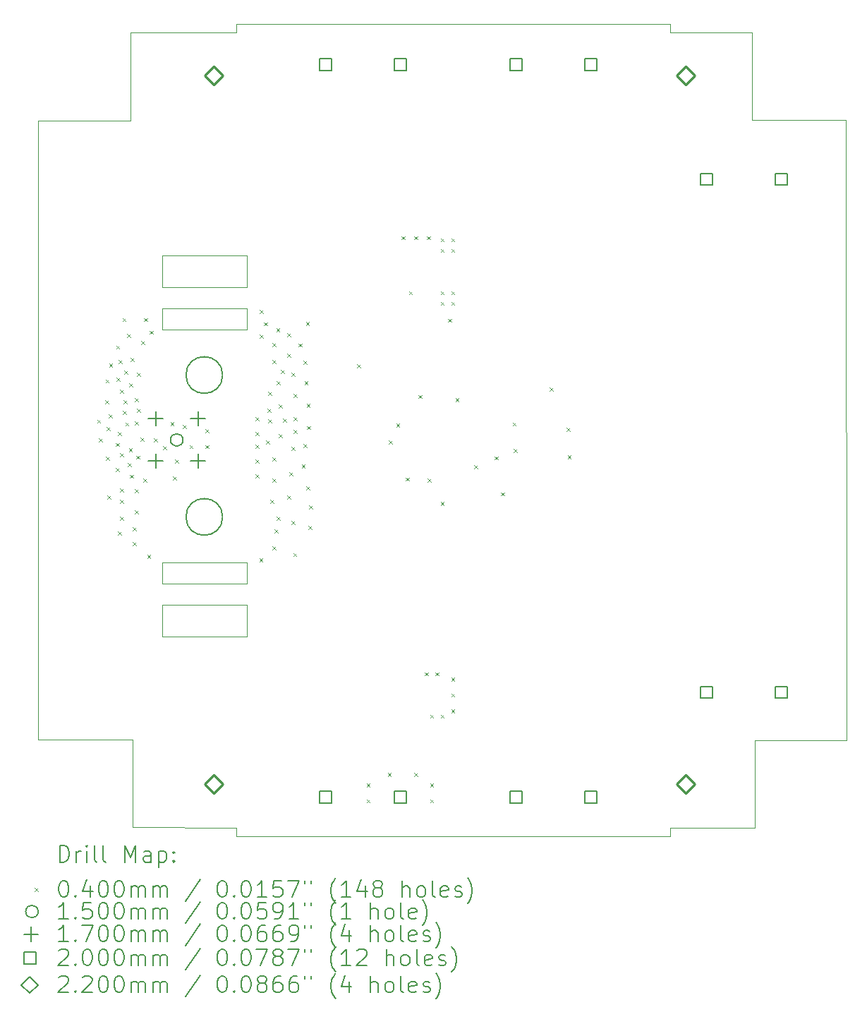
<source format=gbr>
%FSLAX45Y45*%
G04 Gerber Fmt 4.5, Leading zero omitted, Abs format (unit mm)*
G04 Created by KiCad (PCBNEW (6.0.5)) date 2022-07-09 16:10:12*
%MOMM*%
%LPD*%
G01*
G04 APERTURE LIST*
%TA.AperFunction,Profile*%
%ADD10C,0.050000*%
%TD*%
%TA.AperFunction,Profile*%
%ADD11C,0.150000*%
%TD*%
%ADD12C,0.200000*%
%ADD13C,0.040000*%
%ADD14C,0.150000*%
%ADD15C,0.170000*%
%ADD16C,0.220000*%
G04 APERTURE END LIST*
D10*
X11084560Y-14224000D02*
X12319000Y-14226800D01*
X17526000Y-4587000D02*
X17526000Y-4687000D01*
X12319000Y-4587000D02*
X17526000Y-4587000D01*
X12319000Y-14326800D02*
X12319000Y-14226800D01*
X17526000Y-14226800D02*
X18542000Y-14226800D01*
X17526000Y-14326800D02*
X12319000Y-14326800D01*
X17526000Y-14226800D02*
X17526000Y-14326800D01*
X17526000Y-4687000D02*
X18511520Y-4688840D01*
X11049000Y-4691120D02*
X12319000Y-4687000D01*
X18542000Y-13175240D02*
X19643800Y-13175240D01*
X12319000Y-4687000D02*
X12319000Y-4587000D01*
X19638920Y-5740400D02*
X19643800Y-13175240D01*
X9947200Y-5742680D02*
X9947000Y-13172440D01*
X12446000Y-11938000D02*
X12446000Y-11557000D01*
X11430000Y-7747000D02*
X12446000Y-7747000D01*
X12446000Y-8255000D02*
X12446000Y-8001000D01*
X12446000Y-8001000D02*
X11430000Y-8001000D01*
X12446000Y-11303000D02*
X11430000Y-11303000D01*
X11430000Y-8001000D02*
X11430000Y-8255000D01*
X11430000Y-11557000D02*
X11430000Y-11938000D01*
X11430000Y-11938000D02*
X12446000Y-11938000D01*
X11430000Y-7366000D02*
X11430000Y-7747000D01*
X11430000Y-8255000D02*
X12446000Y-8255000D01*
X11430000Y-11303000D02*
X11430000Y-11049000D01*
X12446000Y-11049000D02*
X12446000Y-11303000D01*
X12446000Y-7366000D02*
X11430000Y-7366000D01*
X11430000Y-11049000D02*
X12446000Y-11049000D01*
X12446000Y-7747000D02*
X12446000Y-7366000D01*
X12446000Y-11557000D02*
X11430000Y-11557000D01*
D11*
X12158000Y-10498800D02*
G75*
G03*
X12158000Y-10498800I-220000J0D01*
G01*
D10*
X11074400Y-13172440D02*
X9947000Y-13172440D01*
X11074400Y-14224000D02*
X11084560Y-14224000D01*
X18511520Y-5740400D02*
X18511520Y-4688840D01*
X18511520Y-5740400D02*
X19638920Y-5740400D01*
X11049000Y-5742680D02*
X9947200Y-5742680D01*
X11049000Y-5742680D02*
X11049000Y-4691120D01*
X11074400Y-14224000D02*
X11074400Y-13172440D01*
X18542000Y-14226800D02*
X18542000Y-13175240D01*
D11*
X12158000Y-8797000D02*
G75*
G03*
X12158000Y-8797000I-220000J0D01*
G01*
D12*
D13*
X10653080Y-9332280D02*
X10693080Y-9372280D01*
X10693080Y-9332280D02*
X10653080Y-9372280D01*
X10673400Y-9555800D02*
X10713400Y-9595800D01*
X10713400Y-9555800D02*
X10673400Y-9595800D01*
X10749600Y-9098600D02*
X10789600Y-9138600D01*
X10789600Y-9098600D02*
X10749600Y-9138600D01*
X10754680Y-8849680D02*
X10794680Y-8889680D01*
X10794680Y-8849680D02*
X10754680Y-8889680D01*
X10759760Y-9774240D02*
X10799760Y-9814240D01*
X10799760Y-9774240D02*
X10759760Y-9814240D01*
X10764840Y-9423720D02*
X10804840Y-9463720D01*
X10804840Y-9423720D02*
X10764840Y-9463720D01*
X10775000Y-10241600D02*
X10815000Y-10281600D01*
X10815000Y-10241600D02*
X10775000Y-10281600D01*
X10790240Y-9266240D02*
X10830240Y-9306240D01*
X10830240Y-9266240D02*
X10790240Y-9306240D01*
X10795320Y-8656640D02*
X10835320Y-8696640D01*
X10835320Y-8656640D02*
X10795320Y-8696640D01*
X10876600Y-9611680D02*
X10916600Y-9651680D01*
X10916600Y-9611680D02*
X10876600Y-9651680D01*
X10876600Y-9911400D02*
X10916600Y-9951400D01*
X10916600Y-9911400D02*
X10876600Y-9951400D01*
X10881680Y-8443280D02*
X10921680Y-8483280D01*
X10921680Y-8443280D02*
X10881680Y-8483280D01*
X10886760Y-8829360D02*
X10926760Y-8869360D01*
X10926760Y-8829360D02*
X10886760Y-8869360D01*
X10902000Y-9479600D02*
X10942000Y-9519600D01*
X10942000Y-9479600D02*
X10902000Y-9519600D01*
X10902000Y-10673400D02*
X10942000Y-10713400D01*
X10942000Y-10673400D02*
X10902000Y-10713400D01*
X10912160Y-8616000D02*
X10952160Y-8656000D01*
X10952160Y-8616000D02*
X10912160Y-8656000D01*
X10927400Y-8971600D02*
X10967400Y-9011600D01*
X10967400Y-8971600D02*
X10927400Y-9011600D01*
X10927400Y-9733600D02*
X10967400Y-9773600D01*
X10967400Y-9733600D02*
X10927400Y-9773600D01*
X10927400Y-10155240D02*
X10967400Y-10195240D01*
X10967400Y-10155240D02*
X10927400Y-10195240D01*
X10927400Y-10292400D02*
X10967400Y-10332400D01*
X10967400Y-10292400D02*
X10927400Y-10332400D01*
X10927400Y-10495600D02*
X10967400Y-10535600D01*
X10967400Y-10495600D02*
X10927400Y-10535600D01*
X10957880Y-8113080D02*
X10997880Y-8153080D01*
X10997880Y-8113080D02*
X10957880Y-8153080D01*
X10962960Y-9225600D02*
X11002960Y-9265600D01*
X11002960Y-9225600D02*
X10962960Y-9265600D01*
X10968040Y-9098600D02*
X11008040Y-9138600D01*
X11008040Y-9098600D02*
X10968040Y-9138600D01*
X10978200Y-8743000D02*
X11018200Y-8783000D01*
X11018200Y-8743000D02*
X10978200Y-8783000D01*
X10990900Y-9365300D02*
X11030900Y-9405300D01*
X11030900Y-9365300D02*
X10990900Y-9405300D01*
X11013760Y-8301040D02*
X11053760Y-8341040D01*
X11053760Y-8301040D02*
X11013760Y-8341040D01*
X11018840Y-9850440D02*
X11058840Y-9890440D01*
X11058840Y-9850440D02*
X11018840Y-9890440D01*
X11034080Y-9677720D02*
X11074080Y-9717720D01*
X11074080Y-9677720D02*
X11034080Y-9717720D01*
X11039160Y-8895400D02*
X11079160Y-8935400D01*
X11079160Y-8895400D02*
X11039160Y-8935400D01*
X11044240Y-9992680D02*
X11084240Y-10032680D01*
X11084240Y-9992680D02*
X11044240Y-10032680D01*
X11054400Y-8590600D02*
X11094400Y-8630600D01*
X11094400Y-8590600D02*
X11054400Y-8630600D01*
X11079800Y-10622600D02*
X11119800Y-10662600D01*
X11119800Y-10622600D02*
X11079800Y-10662600D01*
X11079800Y-10800400D02*
X11119800Y-10840400D01*
X11119800Y-10800400D02*
X11079800Y-10840400D01*
X11105200Y-9073200D02*
X11145200Y-9113200D01*
X11145200Y-9073200D02*
X11105200Y-9113200D01*
X11105200Y-9352600D02*
X11145200Y-9392600D01*
X11145200Y-9352600D02*
X11105200Y-9392600D01*
X11105200Y-10165400D02*
X11145200Y-10205400D01*
X11145200Y-10165400D02*
X11105200Y-10205400D01*
X11105200Y-10419400D02*
X11145200Y-10459400D01*
X11145200Y-10419400D02*
X11105200Y-10459400D01*
X11120440Y-9764080D02*
X11160440Y-9804080D01*
X11160440Y-9764080D02*
X11120440Y-9804080D01*
X11130600Y-8768400D02*
X11170600Y-8808400D01*
X11170600Y-8768400D02*
X11130600Y-8808400D01*
X11130600Y-9200200D02*
X11170600Y-9240200D01*
X11170600Y-9200200D02*
X11130600Y-9240200D01*
X11171240Y-9545640D02*
X11211240Y-9585640D01*
X11211240Y-9545640D02*
X11171240Y-9585640D01*
X11181400Y-8387400D02*
X11221400Y-8427400D01*
X11221400Y-8387400D02*
X11181400Y-8427400D01*
X11206800Y-10038400D02*
X11246800Y-10078400D01*
X11246800Y-10038400D02*
X11206800Y-10078400D01*
X11206800Y-10038400D02*
X11246800Y-10078400D01*
X11246800Y-10038400D02*
X11206800Y-10078400D01*
X11216960Y-8113080D02*
X11256960Y-8153080D01*
X11256960Y-8113080D02*
X11216960Y-8153080D01*
X11252520Y-10952800D02*
X11292520Y-10992800D01*
X11292520Y-10952800D02*
X11252520Y-10992800D01*
X11283000Y-8265480D02*
X11323000Y-8305480D01*
X11323000Y-8265480D02*
X11283000Y-8305480D01*
X11333800Y-9555800D02*
X11373800Y-9595800D01*
X11373800Y-9555800D02*
X11333800Y-9595800D01*
X11445560Y-9647240D02*
X11485560Y-9687240D01*
X11485560Y-9647240D02*
X11445560Y-9687240D01*
X11531920Y-9362760D02*
X11571920Y-9402760D01*
X11571920Y-9362760D02*
X11531920Y-9402760D01*
X11562400Y-10013000D02*
X11602400Y-10053000D01*
X11602400Y-10013000D02*
X11562400Y-10053000D01*
X11587800Y-9809800D02*
X11627800Y-9849800D01*
X11627800Y-9809800D02*
X11587800Y-9849800D01*
X11679240Y-9398320D02*
X11719240Y-9438320D01*
X11719240Y-9398320D02*
X11679240Y-9438320D01*
X11760520Y-9637080D02*
X11800520Y-9677080D01*
X11800520Y-9637080D02*
X11760520Y-9677080D01*
X11953560Y-9444040D02*
X11993560Y-9484040D01*
X11993560Y-9444040D02*
X11953560Y-9484040D01*
X11953560Y-9637080D02*
X11993560Y-9677080D01*
X11993560Y-9637080D02*
X11953560Y-9677080D01*
X12553000Y-9301800D02*
X12593000Y-9341800D01*
X12593000Y-9301800D02*
X12553000Y-9341800D01*
X12553000Y-9479600D02*
X12593000Y-9519600D01*
X12593000Y-9479600D02*
X12553000Y-9519600D01*
X12553000Y-9632000D02*
X12593000Y-9672000D01*
X12593000Y-9632000D02*
X12553000Y-9672000D01*
X12553000Y-9809800D02*
X12593000Y-9849800D01*
X12593000Y-9809800D02*
X12553000Y-9849800D01*
X12553000Y-9987600D02*
X12593000Y-10027600D01*
X12593000Y-9987600D02*
X12553000Y-10027600D01*
X12598720Y-10993440D02*
X12638720Y-11033440D01*
X12638720Y-10993440D02*
X12598720Y-11033440D01*
X12603800Y-8016560D02*
X12643800Y-8056560D01*
X12643800Y-8016560D02*
X12603800Y-8056560D01*
X12603800Y-8311200D02*
X12643800Y-8351200D01*
X12643800Y-8311200D02*
X12603800Y-8351200D01*
X12654600Y-8163880D02*
X12694600Y-8203880D01*
X12694600Y-8163880D02*
X12654600Y-8203880D01*
X12680000Y-9581200D02*
X12720000Y-9621200D01*
X12720000Y-9581200D02*
X12680000Y-9621200D01*
X12695240Y-9200200D02*
X12735240Y-9240200D01*
X12735240Y-9200200D02*
X12695240Y-9240200D01*
X12705400Y-8997000D02*
X12745400Y-9037000D01*
X12745400Y-8997000D02*
X12705400Y-9037000D01*
X12705400Y-9327200D02*
X12745400Y-9367200D01*
X12745400Y-9327200D02*
X12705400Y-9367200D01*
X12730800Y-10292400D02*
X12770800Y-10332400D01*
X12770800Y-10292400D02*
X12730800Y-10332400D01*
X12756200Y-8412800D02*
X12796200Y-8452800D01*
X12796200Y-8412800D02*
X12756200Y-8452800D01*
X12756200Y-8616000D02*
X12796200Y-8656000D01*
X12796200Y-8616000D02*
X12756200Y-8656000D01*
X12756200Y-9784400D02*
X12796200Y-9824400D01*
X12796200Y-9784400D02*
X12756200Y-9824400D01*
X12756200Y-10038400D02*
X12796200Y-10078400D01*
X12796200Y-10038400D02*
X12756200Y-10078400D01*
X12756200Y-10851200D02*
X12796200Y-10891200D01*
X12796200Y-10851200D02*
X12756200Y-10891200D01*
X12781600Y-10648000D02*
X12821600Y-10688000D01*
X12821600Y-10648000D02*
X12781600Y-10688000D01*
X12801920Y-8235000D02*
X12841920Y-8275000D01*
X12841920Y-8235000D02*
X12801920Y-8275000D01*
X12807000Y-8870000D02*
X12847000Y-8910000D01*
X12847000Y-8870000D02*
X12807000Y-8910000D01*
X12807000Y-10495600D02*
X12847000Y-10535600D01*
X12847000Y-10495600D02*
X12807000Y-10535600D01*
X12832400Y-9149400D02*
X12872400Y-9189400D01*
X12872400Y-9149400D02*
X12832400Y-9189400D01*
X12832400Y-9505000D02*
X12872400Y-9545000D01*
X12872400Y-9505000D02*
X12832400Y-9545000D01*
X12857800Y-8737920D02*
X12897800Y-8777920D01*
X12897800Y-8737920D02*
X12857800Y-8777920D01*
X12883200Y-9322120D02*
X12923200Y-9362120D01*
X12923200Y-9322120D02*
X12883200Y-9362120D01*
X12934000Y-8295960D02*
X12974000Y-8335960D01*
X12974000Y-8295960D02*
X12934000Y-8335960D01*
X12934000Y-8539800D02*
X12974000Y-8579800D01*
X12974000Y-8539800D02*
X12934000Y-8579800D01*
X12934000Y-10241600D02*
X12974000Y-10281600D01*
X12974000Y-10241600D02*
X12934000Y-10281600D01*
X12959400Y-9962200D02*
X12999400Y-10002200D01*
X12999400Y-9962200D02*
X12959400Y-10002200D01*
X12984800Y-8768400D02*
X13024800Y-8808400D01*
X13024800Y-8768400D02*
X12984800Y-8808400D01*
X12984800Y-9657400D02*
X13024800Y-9697400D01*
X13024800Y-9657400D02*
X12984800Y-9697400D01*
X12984800Y-10546400D02*
X13024800Y-10586400D01*
X13024800Y-10546400D02*
X12984800Y-10586400D01*
X13005120Y-10932480D02*
X13045120Y-10972480D01*
X13045120Y-10932480D02*
X13005120Y-10972480D01*
X13010200Y-9022400D02*
X13050200Y-9062400D01*
X13050200Y-9022400D02*
X13010200Y-9062400D01*
X13010200Y-9301800D02*
X13050200Y-9341800D01*
X13050200Y-9301800D02*
X13010200Y-9341800D01*
X13010200Y-9454200D02*
X13050200Y-9494200D01*
X13050200Y-9454200D02*
X13010200Y-9494200D01*
X13071160Y-8417880D02*
X13111160Y-8457880D01*
X13111160Y-8417880D02*
X13071160Y-8457880D01*
X13106720Y-9870760D02*
X13146720Y-9910760D01*
X13146720Y-9870760D02*
X13106720Y-9910760D01*
X13127040Y-8626160D02*
X13167040Y-8666160D01*
X13167040Y-8626160D02*
X13127040Y-8666160D01*
X13127040Y-9621840D02*
X13167040Y-9661840D01*
X13167040Y-9621840D02*
X13127040Y-9661840D01*
X13142280Y-8870000D02*
X13182280Y-8910000D01*
X13182280Y-8870000D02*
X13142280Y-8910000D01*
X13157520Y-8158800D02*
X13197520Y-8198800D01*
X13197520Y-8158800D02*
X13157520Y-8198800D01*
X13162600Y-10129840D02*
X13202600Y-10169840D01*
X13202600Y-10129840D02*
X13162600Y-10169840D01*
X13167680Y-9144320D02*
X13207680Y-9184320D01*
X13207680Y-9144320D02*
X13167680Y-9184320D01*
X13172760Y-9408480D02*
X13212760Y-9448480D01*
X13212760Y-9408480D02*
X13172760Y-9448480D01*
X13188000Y-10607360D02*
X13228000Y-10647360D01*
X13228000Y-10607360D02*
X13188000Y-10647360D01*
X13198160Y-10363520D02*
X13238160Y-10403520D01*
X13238160Y-10363520D02*
X13198160Y-10403520D01*
X13772200Y-8666800D02*
X13812200Y-8706800D01*
X13812200Y-8666800D02*
X13772200Y-8706800D01*
X13886500Y-13696000D02*
X13926500Y-13736000D01*
X13926500Y-13696000D02*
X13886500Y-13736000D01*
X13886500Y-13886500D02*
X13926500Y-13926500D01*
X13926500Y-13886500D02*
X13886500Y-13926500D01*
X14140500Y-13569000D02*
X14180500Y-13609000D01*
X14180500Y-13569000D02*
X14140500Y-13609000D01*
X14153200Y-9581200D02*
X14193200Y-9621200D01*
X14193200Y-9581200D02*
X14153200Y-9621200D01*
X14242100Y-9378000D02*
X14282100Y-9418000D01*
X14282100Y-9378000D02*
X14242100Y-9418000D01*
X14305600Y-7130100D02*
X14345600Y-7170100D01*
X14345600Y-7130100D02*
X14305600Y-7170100D01*
X14356400Y-10025700D02*
X14396400Y-10065700D01*
X14396400Y-10025700D02*
X14356400Y-10065700D01*
X14394500Y-7790500D02*
X14434500Y-7830500D01*
X14434500Y-7790500D02*
X14394500Y-7830500D01*
X14458000Y-7130100D02*
X14498000Y-7170100D01*
X14498000Y-7130100D02*
X14458000Y-7170100D01*
X14458000Y-13569000D02*
X14498000Y-13609000D01*
X14498000Y-13569000D02*
X14458000Y-13609000D01*
X14508800Y-9035100D02*
X14548800Y-9075100D01*
X14548800Y-9035100D02*
X14508800Y-9075100D01*
X14585000Y-12362500D02*
X14625000Y-12402500D01*
X14625000Y-12362500D02*
X14585000Y-12402500D01*
X14610400Y-7130100D02*
X14650400Y-7170100D01*
X14650400Y-7130100D02*
X14610400Y-7170100D01*
X14621600Y-10036900D02*
X14661600Y-10076900D01*
X14661600Y-10036900D02*
X14621600Y-10076900D01*
X14648500Y-12870500D02*
X14688500Y-12910500D01*
X14688500Y-12870500D02*
X14648500Y-12910500D01*
X14648500Y-13696000D02*
X14688500Y-13736000D01*
X14688500Y-13696000D02*
X14648500Y-13736000D01*
X14648500Y-13886500D02*
X14688500Y-13926500D01*
X14688500Y-13886500D02*
X14648500Y-13926500D01*
X14712000Y-12362500D02*
X14752000Y-12402500D01*
X14752000Y-12362500D02*
X14712000Y-12402500D01*
X14775500Y-7155500D02*
X14815500Y-7195500D01*
X14815500Y-7155500D02*
X14775500Y-7195500D01*
X14775500Y-7282500D02*
X14815500Y-7322500D01*
X14815500Y-7282500D02*
X14775500Y-7322500D01*
X14775500Y-7790500D02*
X14815500Y-7830500D01*
X14815500Y-7790500D02*
X14775500Y-7830500D01*
X14775500Y-7917500D02*
X14815500Y-7957500D01*
X14815500Y-7917500D02*
X14775500Y-7957500D01*
X14775500Y-10317800D02*
X14815500Y-10357800D01*
X14815500Y-10317800D02*
X14775500Y-10357800D01*
X14775500Y-12870500D02*
X14815500Y-12910500D01*
X14815500Y-12870500D02*
X14775500Y-12910500D01*
X14864400Y-8120700D02*
X14904400Y-8160700D01*
X14904400Y-8120700D02*
X14864400Y-8160700D01*
X14902500Y-7155500D02*
X14942500Y-7195500D01*
X14942500Y-7155500D02*
X14902500Y-7195500D01*
X14902500Y-7282500D02*
X14942500Y-7322500D01*
X14942500Y-7282500D02*
X14902500Y-7322500D01*
X14902500Y-7790500D02*
X14942500Y-7830500D01*
X14942500Y-7790500D02*
X14902500Y-7830500D01*
X14902500Y-7917500D02*
X14942500Y-7957500D01*
X14942500Y-7917500D02*
X14902500Y-7957500D01*
X14902500Y-12426000D02*
X14942500Y-12466000D01*
X14942500Y-12426000D02*
X14902500Y-12466000D01*
X14902500Y-12616500D02*
X14942500Y-12656500D01*
X14942500Y-12616500D02*
X14902500Y-12656500D01*
X14902500Y-12807000D02*
X14942500Y-12847000D01*
X14942500Y-12807000D02*
X14902500Y-12847000D01*
X14953300Y-9073200D02*
X14993300Y-9113200D01*
X14993300Y-9073200D02*
X14953300Y-9113200D01*
X15175550Y-9879650D02*
X15215550Y-9919650D01*
X15215550Y-9879650D02*
X15175550Y-9919650D01*
X15423200Y-9771700D02*
X15463200Y-9811700D01*
X15463200Y-9771700D02*
X15423200Y-9811700D01*
X15499400Y-10203500D02*
X15539400Y-10243500D01*
X15539400Y-10203500D02*
X15499400Y-10243500D01*
X15639100Y-9365300D02*
X15679100Y-9405300D01*
X15679100Y-9365300D02*
X15639100Y-9405300D01*
X15651800Y-9682800D02*
X15691800Y-9722800D01*
X15691800Y-9682800D02*
X15651800Y-9722800D01*
X16083600Y-8946200D02*
X16123600Y-8986200D01*
X16123600Y-8946200D02*
X16083600Y-8986200D01*
X16286800Y-9428800D02*
X16326800Y-9468800D01*
X16326800Y-9428800D02*
X16286800Y-9468800D01*
X16299500Y-9759000D02*
X16339500Y-9799000D01*
X16339500Y-9759000D02*
X16299500Y-9799000D01*
D14*
X11682800Y-9575800D02*
G75*
G03*
X11682800Y-9575800I-75000J0D01*
G01*
D15*
X11353800Y-9236800D02*
X11353800Y-9406800D01*
X11268800Y-9321800D02*
X11438800Y-9321800D01*
X11353800Y-9744800D02*
X11353800Y-9914800D01*
X11268800Y-9829800D02*
X11438800Y-9829800D01*
X11861800Y-9236800D02*
X11861800Y-9406800D01*
X11776800Y-9321800D02*
X11946800Y-9321800D01*
X11861800Y-9744800D02*
X11861800Y-9914800D01*
X11776800Y-9829800D02*
X11946800Y-9829800D01*
D12*
X13463711Y-5140711D02*
X13463711Y-4999289D01*
X13322289Y-4999289D01*
X13322289Y-5140711D01*
X13463711Y-5140711D01*
X13463711Y-13933711D02*
X13463711Y-13792289D01*
X13322289Y-13792289D01*
X13322289Y-13933711D01*
X13463711Y-13933711D01*
X14363711Y-5140711D02*
X14363711Y-4999289D01*
X14222289Y-4999289D01*
X14222289Y-5140711D01*
X14363711Y-5140711D01*
X14363711Y-13933711D02*
X14363711Y-13792289D01*
X14222289Y-13792289D01*
X14222289Y-13933711D01*
X14363711Y-13933711D01*
X15749711Y-5140711D02*
X15749711Y-4999289D01*
X15608289Y-4999289D01*
X15608289Y-5140711D01*
X15749711Y-5140711D01*
X15749711Y-13933711D02*
X15749711Y-13792289D01*
X15608289Y-13792289D01*
X15608289Y-13933711D01*
X15749711Y-13933711D01*
X16649711Y-5140711D02*
X16649711Y-4999289D01*
X16508289Y-4999289D01*
X16508289Y-5140711D01*
X16649711Y-5140711D01*
X16649711Y-13933711D02*
X16649711Y-13792289D01*
X16508289Y-13792289D01*
X16508289Y-13933711D01*
X16649711Y-13933711D01*
X18035711Y-6517711D02*
X18035711Y-6376289D01*
X17894289Y-6376289D01*
X17894289Y-6517711D01*
X18035711Y-6517711D01*
X18035711Y-12673711D02*
X18035711Y-12532289D01*
X17894289Y-12532289D01*
X17894289Y-12673711D01*
X18035711Y-12673711D01*
X18935711Y-6517711D02*
X18935711Y-6376289D01*
X18794289Y-6376289D01*
X18794289Y-6517711D01*
X18935711Y-6517711D01*
X18935711Y-12673711D02*
X18935711Y-12532289D01*
X18794289Y-12532289D01*
X18794289Y-12673711D01*
X18935711Y-12673711D01*
D16*
X12049000Y-5317000D02*
X12159000Y-5207000D01*
X12049000Y-5097000D01*
X11939000Y-5207000D01*
X12049000Y-5317000D01*
X12049000Y-13817000D02*
X12159000Y-13707000D01*
X12049000Y-13597000D01*
X11939000Y-13707000D01*
X12049000Y-13817000D01*
X17716400Y-5317000D02*
X17826400Y-5207000D01*
X17716400Y-5097000D01*
X17606400Y-5207000D01*
X17716400Y-5317000D01*
X17716400Y-13817000D02*
X17826400Y-13707000D01*
X17716400Y-13597000D01*
X17606400Y-13707000D01*
X17716400Y-13817000D01*
D12*
X10202119Y-14639776D02*
X10202119Y-14439776D01*
X10249738Y-14439776D01*
X10278310Y-14449300D01*
X10297357Y-14468348D01*
X10306881Y-14487395D01*
X10316405Y-14525490D01*
X10316405Y-14554062D01*
X10306881Y-14592157D01*
X10297357Y-14611205D01*
X10278310Y-14630252D01*
X10249738Y-14639776D01*
X10202119Y-14639776D01*
X10402119Y-14639776D02*
X10402119Y-14506443D01*
X10402119Y-14544538D02*
X10411643Y-14525490D01*
X10421167Y-14515967D01*
X10440214Y-14506443D01*
X10459262Y-14506443D01*
X10525929Y-14639776D02*
X10525929Y-14506443D01*
X10525929Y-14439776D02*
X10516405Y-14449300D01*
X10525929Y-14458824D01*
X10535452Y-14449300D01*
X10525929Y-14439776D01*
X10525929Y-14458824D01*
X10649738Y-14639776D02*
X10630690Y-14630252D01*
X10621167Y-14611205D01*
X10621167Y-14439776D01*
X10754500Y-14639776D02*
X10735452Y-14630252D01*
X10725929Y-14611205D01*
X10725929Y-14439776D01*
X10983071Y-14639776D02*
X10983071Y-14439776D01*
X11049738Y-14582633D01*
X11116405Y-14439776D01*
X11116405Y-14639776D01*
X11297357Y-14639776D02*
X11297357Y-14535014D01*
X11287833Y-14515967D01*
X11268786Y-14506443D01*
X11230690Y-14506443D01*
X11211643Y-14515967D01*
X11297357Y-14630252D02*
X11278309Y-14639776D01*
X11230690Y-14639776D01*
X11211643Y-14630252D01*
X11202119Y-14611205D01*
X11202119Y-14592157D01*
X11211643Y-14573109D01*
X11230690Y-14563586D01*
X11278309Y-14563586D01*
X11297357Y-14554062D01*
X11392595Y-14506443D02*
X11392595Y-14706443D01*
X11392595Y-14515967D02*
X11411643Y-14506443D01*
X11449738Y-14506443D01*
X11468786Y-14515967D01*
X11478309Y-14525490D01*
X11487833Y-14544538D01*
X11487833Y-14601681D01*
X11478309Y-14620728D01*
X11468786Y-14630252D01*
X11449738Y-14639776D01*
X11411643Y-14639776D01*
X11392595Y-14630252D01*
X11573548Y-14620728D02*
X11583071Y-14630252D01*
X11573548Y-14639776D01*
X11564024Y-14630252D01*
X11573548Y-14620728D01*
X11573548Y-14639776D01*
X11573548Y-14515967D02*
X11583071Y-14525490D01*
X11573548Y-14535014D01*
X11564024Y-14525490D01*
X11573548Y-14515967D01*
X11573548Y-14535014D01*
D13*
X9904500Y-14949300D02*
X9944500Y-14989300D01*
X9944500Y-14949300D02*
X9904500Y-14989300D01*
D12*
X10240214Y-14859776D02*
X10259262Y-14859776D01*
X10278310Y-14869300D01*
X10287833Y-14878824D01*
X10297357Y-14897871D01*
X10306881Y-14935967D01*
X10306881Y-14983586D01*
X10297357Y-15021681D01*
X10287833Y-15040728D01*
X10278310Y-15050252D01*
X10259262Y-15059776D01*
X10240214Y-15059776D01*
X10221167Y-15050252D01*
X10211643Y-15040728D01*
X10202119Y-15021681D01*
X10192595Y-14983586D01*
X10192595Y-14935967D01*
X10202119Y-14897871D01*
X10211643Y-14878824D01*
X10221167Y-14869300D01*
X10240214Y-14859776D01*
X10392595Y-15040728D02*
X10402119Y-15050252D01*
X10392595Y-15059776D01*
X10383071Y-15050252D01*
X10392595Y-15040728D01*
X10392595Y-15059776D01*
X10573548Y-14926443D02*
X10573548Y-15059776D01*
X10525929Y-14850252D02*
X10478310Y-14993109D01*
X10602119Y-14993109D01*
X10716405Y-14859776D02*
X10735452Y-14859776D01*
X10754500Y-14869300D01*
X10764024Y-14878824D01*
X10773548Y-14897871D01*
X10783071Y-14935967D01*
X10783071Y-14983586D01*
X10773548Y-15021681D01*
X10764024Y-15040728D01*
X10754500Y-15050252D01*
X10735452Y-15059776D01*
X10716405Y-15059776D01*
X10697357Y-15050252D01*
X10687833Y-15040728D01*
X10678310Y-15021681D01*
X10668786Y-14983586D01*
X10668786Y-14935967D01*
X10678310Y-14897871D01*
X10687833Y-14878824D01*
X10697357Y-14869300D01*
X10716405Y-14859776D01*
X10906881Y-14859776D02*
X10925929Y-14859776D01*
X10944976Y-14869300D01*
X10954500Y-14878824D01*
X10964024Y-14897871D01*
X10973548Y-14935967D01*
X10973548Y-14983586D01*
X10964024Y-15021681D01*
X10954500Y-15040728D01*
X10944976Y-15050252D01*
X10925929Y-15059776D01*
X10906881Y-15059776D01*
X10887833Y-15050252D01*
X10878310Y-15040728D01*
X10868786Y-15021681D01*
X10859262Y-14983586D01*
X10859262Y-14935967D01*
X10868786Y-14897871D01*
X10878310Y-14878824D01*
X10887833Y-14869300D01*
X10906881Y-14859776D01*
X11059262Y-15059776D02*
X11059262Y-14926443D01*
X11059262Y-14945490D02*
X11068786Y-14935967D01*
X11087833Y-14926443D01*
X11116405Y-14926443D01*
X11135452Y-14935967D01*
X11144976Y-14955014D01*
X11144976Y-15059776D01*
X11144976Y-14955014D02*
X11154500Y-14935967D01*
X11173548Y-14926443D01*
X11202119Y-14926443D01*
X11221167Y-14935967D01*
X11230690Y-14955014D01*
X11230690Y-15059776D01*
X11325928Y-15059776D02*
X11325928Y-14926443D01*
X11325928Y-14945490D02*
X11335452Y-14935967D01*
X11354500Y-14926443D01*
X11383071Y-14926443D01*
X11402119Y-14935967D01*
X11411643Y-14955014D01*
X11411643Y-15059776D01*
X11411643Y-14955014D02*
X11421167Y-14935967D01*
X11440214Y-14926443D01*
X11468786Y-14926443D01*
X11487833Y-14935967D01*
X11497357Y-14955014D01*
X11497357Y-15059776D01*
X11887833Y-14850252D02*
X11716405Y-15107395D01*
X12144976Y-14859776D02*
X12164024Y-14859776D01*
X12183071Y-14869300D01*
X12192595Y-14878824D01*
X12202119Y-14897871D01*
X12211643Y-14935967D01*
X12211643Y-14983586D01*
X12202119Y-15021681D01*
X12192595Y-15040728D01*
X12183071Y-15050252D01*
X12164024Y-15059776D01*
X12144976Y-15059776D01*
X12125928Y-15050252D01*
X12116405Y-15040728D01*
X12106881Y-15021681D01*
X12097357Y-14983586D01*
X12097357Y-14935967D01*
X12106881Y-14897871D01*
X12116405Y-14878824D01*
X12125928Y-14869300D01*
X12144976Y-14859776D01*
X12297357Y-15040728D02*
X12306881Y-15050252D01*
X12297357Y-15059776D01*
X12287833Y-15050252D01*
X12297357Y-15040728D01*
X12297357Y-15059776D01*
X12430690Y-14859776D02*
X12449738Y-14859776D01*
X12468786Y-14869300D01*
X12478309Y-14878824D01*
X12487833Y-14897871D01*
X12497357Y-14935967D01*
X12497357Y-14983586D01*
X12487833Y-15021681D01*
X12478309Y-15040728D01*
X12468786Y-15050252D01*
X12449738Y-15059776D01*
X12430690Y-15059776D01*
X12411643Y-15050252D01*
X12402119Y-15040728D01*
X12392595Y-15021681D01*
X12383071Y-14983586D01*
X12383071Y-14935967D01*
X12392595Y-14897871D01*
X12402119Y-14878824D01*
X12411643Y-14869300D01*
X12430690Y-14859776D01*
X12687833Y-15059776D02*
X12573548Y-15059776D01*
X12630690Y-15059776D02*
X12630690Y-14859776D01*
X12611643Y-14888348D01*
X12592595Y-14907395D01*
X12573548Y-14916919D01*
X12868786Y-14859776D02*
X12773548Y-14859776D01*
X12764024Y-14955014D01*
X12773548Y-14945490D01*
X12792595Y-14935967D01*
X12840214Y-14935967D01*
X12859262Y-14945490D01*
X12868786Y-14955014D01*
X12878309Y-14974062D01*
X12878309Y-15021681D01*
X12868786Y-15040728D01*
X12859262Y-15050252D01*
X12840214Y-15059776D01*
X12792595Y-15059776D01*
X12773548Y-15050252D01*
X12764024Y-15040728D01*
X12944976Y-14859776D02*
X13078309Y-14859776D01*
X12992595Y-15059776D01*
X13144976Y-14859776D02*
X13144976Y-14897871D01*
X13221167Y-14859776D02*
X13221167Y-14897871D01*
X13516405Y-15135967D02*
X13506881Y-15126443D01*
X13487833Y-15097871D01*
X13478309Y-15078824D01*
X13468786Y-15050252D01*
X13459262Y-15002633D01*
X13459262Y-14964538D01*
X13468786Y-14916919D01*
X13478309Y-14888348D01*
X13487833Y-14869300D01*
X13506881Y-14840728D01*
X13516405Y-14831205D01*
X13697357Y-15059776D02*
X13583071Y-15059776D01*
X13640214Y-15059776D02*
X13640214Y-14859776D01*
X13621167Y-14888348D01*
X13602119Y-14907395D01*
X13583071Y-14916919D01*
X13868786Y-14926443D02*
X13868786Y-15059776D01*
X13821167Y-14850252D02*
X13773548Y-14993109D01*
X13897357Y-14993109D01*
X14002119Y-14945490D02*
X13983071Y-14935967D01*
X13973548Y-14926443D01*
X13964024Y-14907395D01*
X13964024Y-14897871D01*
X13973548Y-14878824D01*
X13983071Y-14869300D01*
X14002119Y-14859776D01*
X14040214Y-14859776D01*
X14059262Y-14869300D01*
X14068786Y-14878824D01*
X14078309Y-14897871D01*
X14078309Y-14907395D01*
X14068786Y-14926443D01*
X14059262Y-14935967D01*
X14040214Y-14945490D01*
X14002119Y-14945490D01*
X13983071Y-14955014D01*
X13973548Y-14964538D01*
X13964024Y-14983586D01*
X13964024Y-15021681D01*
X13973548Y-15040728D01*
X13983071Y-15050252D01*
X14002119Y-15059776D01*
X14040214Y-15059776D01*
X14059262Y-15050252D01*
X14068786Y-15040728D01*
X14078309Y-15021681D01*
X14078309Y-14983586D01*
X14068786Y-14964538D01*
X14059262Y-14955014D01*
X14040214Y-14945490D01*
X14316405Y-15059776D02*
X14316405Y-14859776D01*
X14402119Y-15059776D02*
X14402119Y-14955014D01*
X14392595Y-14935967D01*
X14373548Y-14926443D01*
X14344976Y-14926443D01*
X14325928Y-14935967D01*
X14316405Y-14945490D01*
X14525928Y-15059776D02*
X14506881Y-15050252D01*
X14497357Y-15040728D01*
X14487833Y-15021681D01*
X14487833Y-14964538D01*
X14497357Y-14945490D01*
X14506881Y-14935967D01*
X14525928Y-14926443D01*
X14554500Y-14926443D01*
X14573548Y-14935967D01*
X14583071Y-14945490D01*
X14592595Y-14964538D01*
X14592595Y-15021681D01*
X14583071Y-15040728D01*
X14573548Y-15050252D01*
X14554500Y-15059776D01*
X14525928Y-15059776D01*
X14706881Y-15059776D02*
X14687833Y-15050252D01*
X14678309Y-15031205D01*
X14678309Y-14859776D01*
X14859262Y-15050252D02*
X14840214Y-15059776D01*
X14802119Y-15059776D01*
X14783071Y-15050252D01*
X14773548Y-15031205D01*
X14773548Y-14955014D01*
X14783071Y-14935967D01*
X14802119Y-14926443D01*
X14840214Y-14926443D01*
X14859262Y-14935967D01*
X14868786Y-14955014D01*
X14868786Y-14974062D01*
X14773548Y-14993109D01*
X14944976Y-15050252D02*
X14964024Y-15059776D01*
X15002119Y-15059776D01*
X15021167Y-15050252D01*
X15030690Y-15031205D01*
X15030690Y-15021681D01*
X15021167Y-15002633D01*
X15002119Y-14993109D01*
X14973548Y-14993109D01*
X14954500Y-14983586D01*
X14944976Y-14964538D01*
X14944976Y-14955014D01*
X14954500Y-14935967D01*
X14973548Y-14926443D01*
X15002119Y-14926443D01*
X15021167Y-14935967D01*
X15097357Y-15135967D02*
X15106881Y-15126443D01*
X15125928Y-15097871D01*
X15135452Y-15078824D01*
X15144976Y-15050252D01*
X15154500Y-15002633D01*
X15154500Y-14964538D01*
X15144976Y-14916919D01*
X15135452Y-14888348D01*
X15125928Y-14869300D01*
X15106881Y-14840728D01*
X15097357Y-14831205D01*
D14*
X9944500Y-15233300D02*
G75*
G03*
X9944500Y-15233300I-75000J0D01*
G01*
D12*
X10306881Y-15323776D02*
X10192595Y-15323776D01*
X10249738Y-15323776D02*
X10249738Y-15123776D01*
X10230690Y-15152348D01*
X10211643Y-15171395D01*
X10192595Y-15180919D01*
X10392595Y-15304728D02*
X10402119Y-15314252D01*
X10392595Y-15323776D01*
X10383071Y-15314252D01*
X10392595Y-15304728D01*
X10392595Y-15323776D01*
X10583071Y-15123776D02*
X10487833Y-15123776D01*
X10478310Y-15219014D01*
X10487833Y-15209490D01*
X10506881Y-15199967D01*
X10554500Y-15199967D01*
X10573548Y-15209490D01*
X10583071Y-15219014D01*
X10592595Y-15238062D01*
X10592595Y-15285681D01*
X10583071Y-15304728D01*
X10573548Y-15314252D01*
X10554500Y-15323776D01*
X10506881Y-15323776D01*
X10487833Y-15314252D01*
X10478310Y-15304728D01*
X10716405Y-15123776D02*
X10735452Y-15123776D01*
X10754500Y-15133300D01*
X10764024Y-15142824D01*
X10773548Y-15161871D01*
X10783071Y-15199967D01*
X10783071Y-15247586D01*
X10773548Y-15285681D01*
X10764024Y-15304728D01*
X10754500Y-15314252D01*
X10735452Y-15323776D01*
X10716405Y-15323776D01*
X10697357Y-15314252D01*
X10687833Y-15304728D01*
X10678310Y-15285681D01*
X10668786Y-15247586D01*
X10668786Y-15199967D01*
X10678310Y-15161871D01*
X10687833Y-15142824D01*
X10697357Y-15133300D01*
X10716405Y-15123776D01*
X10906881Y-15123776D02*
X10925929Y-15123776D01*
X10944976Y-15133300D01*
X10954500Y-15142824D01*
X10964024Y-15161871D01*
X10973548Y-15199967D01*
X10973548Y-15247586D01*
X10964024Y-15285681D01*
X10954500Y-15304728D01*
X10944976Y-15314252D01*
X10925929Y-15323776D01*
X10906881Y-15323776D01*
X10887833Y-15314252D01*
X10878310Y-15304728D01*
X10868786Y-15285681D01*
X10859262Y-15247586D01*
X10859262Y-15199967D01*
X10868786Y-15161871D01*
X10878310Y-15142824D01*
X10887833Y-15133300D01*
X10906881Y-15123776D01*
X11059262Y-15323776D02*
X11059262Y-15190443D01*
X11059262Y-15209490D02*
X11068786Y-15199967D01*
X11087833Y-15190443D01*
X11116405Y-15190443D01*
X11135452Y-15199967D01*
X11144976Y-15219014D01*
X11144976Y-15323776D01*
X11144976Y-15219014D02*
X11154500Y-15199967D01*
X11173548Y-15190443D01*
X11202119Y-15190443D01*
X11221167Y-15199967D01*
X11230690Y-15219014D01*
X11230690Y-15323776D01*
X11325928Y-15323776D02*
X11325928Y-15190443D01*
X11325928Y-15209490D02*
X11335452Y-15199967D01*
X11354500Y-15190443D01*
X11383071Y-15190443D01*
X11402119Y-15199967D01*
X11411643Y-15219014D01*
X11411643Y-15323776D01*
X11411643Y-15219014D02*
X11421167Y-15199967D01*
X11440214Y-15190443D01*
X11468786Y-15190443D01*
X11487833Y-15199967D01*
X11497357Y-15219014D01*
X11497357Y-15323776D01*
X11887833Y-15114252D02*
X11716405Y-15371395D01*
X12144976Y-15123776D02*
X12164024Y-15123776D01*
X12183071Y-15133300D01*
X12192595Y-15142824D01*
X12202119Y-15161871D01*
X12211643Y-15199967D01*
X12211643Y-15247586D01*
X12202119Y-15285681D01*
X12192595Y-15304728D01*
X12183071Y-15314252D01*
X12164024Y-15323776D01*
X12144976Y-15323776D01*
X12125928Y-15314252D01*
X12116405Y-15304728D01*
X12106881Y-15285681D01*
X12097357Y-15247586D01*
X12097357Y-15199967D01*
X12106881Y-15161871D01*
X12116405Y-15142824D01*
X12125928Y-15133300D01*
X12144976Y-15123776D01*
X12297357Y-15304728D02*
X12306881Y-15314252D01*
X12297357Y-15323776D01*
X12287833Y-15314252D01*
X12297357Y-15304728D01*
X12297357Y-15323776D01*
X12430690Y-15123776D02*
X12449738Y-15123776D01*
X12468786Y-15133300D01*
X12478309Y-15142824D01*
X12487833Y-15161871D01*
X12497357Y-15199967D01*
X12497357Y-15247586D01*
X12487833Y-15285681D01*
X12478309Y-15304728D01*
X12468786Y-15314252D01*
X12449738Y-15323776D01*
X12430690Y-15323776D01*
X12411643Y-15314252D01*
X12402119Y-15304728D01*
X12392595Y-15285681D01*
X12383071Y-15247586D01*
X12383071Y-15199967D01*
X12392595Y-15161871D01*
X12402119Y-15142824D01*
X12411643Y-15133300D01*
X12430690Y-15123776D01*
X12678309Y-15123776D02*
X12583071Y-15123776D01*
X12573548Y-15219014D01*
X12583071Y-15209490D01*
X12602119Y-15199967D01*
X12649738Y-15199967D01*
X12668786Y-15209490D01*
X12678309Y-15219014D01*
X12687833Y-15238062D01*
X12687833Y-15285681D01*
X12678309Y-15304728D01*
X12668786Y-15314252D01*
X12649738Y-15323776D01*
X12602119Y-15323776D01*
X12583071Y-15314252D01*
X12573548Y-15304728D01*
X12783071Y-15323776D02*
X12821167Y-15323776D01*
X12840214Y-15314252D01*
X12849738Y-15304728D01*
X12868786Y-15276157D01*
X12878309Y-15238062D01*
X12878309Y-15161871D01*
X12868786Y-15142824D01*
X12859262Y-15133300D01*
X12840214Y-15123776D01*
X12802119Y-15123776D01*
X12783071Y-15133300D01*
X12773548Y-15142824D01*
X12764024Y-15161871D01*
X12764024Y-15209490D01*
X12773548Y-15228538D01*
X12783071Y-15238062D01*
X12802119Y-15247586D01*
X12840214Y-15247586D01*
X12859262Y-15238062D01*
X12868786Y-15228538D01*
X12878309Y-15209490D01*
X13068786Y-15323776D02*
X12954500Y-15323776D01*
X13011643Y-15323776D02*
X13011643Y-15123776D01*
X12992595Y-15152348D01*
X12973548Y-15171395D01*
X12954500Y-15180919D01*
X13144976Y-15123776D02*
X13144976Y-15161871D01*
X13221167Y-15123776D02*
X13221167Y-15161871D01*
X13516405Y-15399967D02*
X13506881Y-15390443D01*
X13487833Y-15361871D01*
X13478309Y-15342824D01*
X13468786Y-15314252D01*
X13459262Y-15266633D01*
X13459262Y-15228538D01*
X13468786Y-15180919D01*
X13478309Y-15152348D01*
X13487833Y-15133300D01*
X13506881Y-15104728D01*
X13516405Y-15095205D01*
X13697357Y-15323776D02*
X13583071Y-15323776D01*
X13640214Y-15323776D02*
X13640214Y-15123776D01*
X13621167Y-15152348D01*
X13602119Y-15171395D01*
X13583071Y-15180919D01*
X13935452Y-15323776D02*
X13935452Y-15123776D01*
X14021167Y-15323776D02*
X14021167Y-15219014D01*
X14011643Y-15199967D01*
X13992595Y-15190443D01*
X13964024Y-15190443D01*
X13944976Y-15199967D01*
X13935452Y-15209490D01*
X14144976Y-15323776D02*
X14125928Y-15314252D01*
X14116405Y-15304728D01*
X14106881Y-15285681D01*
X14106881Y-15228538D01*
X14116405Y-15209490D01*
X14125928Y-15199967D01*
X14144976Y-15190443D01*
X14173548Y-15190443D01*
X14192595Y-15199967D01*
X14202119Y-15209490D01*
X14211643Y-15228538D01*
X14211643Y-15285681D01*
X14202119Y-15304728D01*
X14192595Y-15314252D01*
X14173548Y-15323776D01*
X14144976Y-15323776D01*
X14325928Y-15323776D02*
X14306881Y-15314252D01*
X14297357Y-15295205D01*
X14297357Y-15123776D01*
X14478309Y-15314252D02*
X14459262Y-15323776D01*
X14421167Y-15323776D01*
X14402119Y-15314252D01*
X14392595Y-15295205D01*
X14392595Y-15219014D01*
X14402119Y-15199967D01*
X14421167Y-15190443D01*
X14459262Y-15190443D01*
X14478309Y-15199967D01*
X14487833Y-15219014D01*
X14487833Y-15238062D01*
X14392595Y-15257109D01*
X14554500Y-15399967D02*
X14564024Y-15390443D01*
X14583071Y-15361871D01*
X14592595Y-15342824D01*
X14602119Y-15314252D01*
X14611643Y-15266633D01*
X14611643Y-15228538D01*
X14602119Y-15180919D01*
X14592595Y-15152348D01*
X14583071Y-15133300D01*
X14564024Y-15104728D01*
X14554500Y-15095205D01*
D15*
X9859500Y-15418300D02*
X9859500Y-15588300D01*
X9774500Y-15503300D02*
X9944500Y-15503300D01*
D12*
X10306881Y-15593776D02*
X10192595Y-15593776D01*
X10249738Y-15593776D02*
X10249738Y-15393776D01*
X10230690Y-15422348D01*
X10211643Y-15441395D01*
X10192595Y-15450919D01*
X10392595Y-15574728D02*
X10402119Y-15584252D01*
X10392595Y-15593776D01*
X10383071Y-15584252D01*
X10392595Y-15574728D01*
X10392595Y-15593776D01*
X10468786Y-15393776D02*
X10602119Y-15393776D01*
X10516405Y-15593776D01*
X10716405Y-15393776D02*
X10735452Y-15393776D01*
X10754500Y-15403300D01*
X10764024Y-15412824D01*
X10773548Y-15431871D01*
X10783071Y-15469967D01*
X10783071Y-15517586D01*
X10773548Y-15555681D01*
X10764024Y-15574728D01*
X10754500Y-15584252D01*
X10735452Y-15593776D01*
X10716405Y-15593776D01*
X10697357Y-15584252D01*
X10687833Y-15574728D01*
X10678310Y-15555681D01*
X10668786Y-15517586D01*
X10668786Y-15469967D01*
X10678310Y-15431871D01*
X10687833Y-15412824D01*
X10697357Y-15403300D01*
X10716405Y-15393776D01*
X10906881Y-15393776D02*
X10925929Y-15393776D01*
X10944976Y-15403300D01*
X10954500Y-15412824D01*
X10964024Y-15431871D01*
X10973548Y-15469967D01*
X10973548Y-15517586D01*
X10964024Y-15555681D01*
X10954500Y-15574728D01*
X10944976Y-15584252D01*
X10925929Y-15593776D01*
X10906881Y-15593776D01*
X10887833Y-15584252D01*
X10878310Y-15574728D01*
X10868786Y-15555681D01*
X10859262Y-15517586D01*
X10859262Y-15469967D01*
X10868786Y-15431871D01*
X10878310Y-15412824D01*
X10887833Y-15403300D01*
X10906881Y-15393776D01*
X11059262Y-15593776D02*
X11059262Y-15460443D01*
X11059262Y-15479490D02*
X11068786Y-15469967D01*
X11087833Y-15460443D01*
X11116405Y-15460443D01*
X11135452Y-15469967D01*
X11144976Y-15489014D01*
X11144976Y-15593776D01*
X11144976Y-15489014D02*
X11154500Y-15469967D01*
X11173548Y-15460443D01*
X11202119Y-15460443D01*
X11221167Y-15469967D01*
X11230690Y-15489014D01*
X11230690Y-15593776D01*
X11325928Y-15593776D02*
X11325928Y-15460443D01*
X11325928Y-15479490D02*
X11335452Y-15469967D01*
X11354500Y-15460443D01*
X11383071Y-15460443D01*
X11402119Y-15469967D01*
X11411643Y-15489014D01*
X11411643Y-15593776D01*
X11411643Y-15489014D02*
X11421167Y-15469967D01*
X11440214Y-15460443D01*
X11468786Y-15460443D01*
X11487833Y-15469967D01*
X11497357Y-15489014D01*
X11497357Y-15593776D01*
X11887833Y-15384252D02*
X11716405Y-15641395D01*
X12144976Y-15393776D02*
X12164024Y-15393776D01*
X12183071Y-15403300D01*
X12192595Y-15412824D01*
X12202119Y-15431871D01*
X12211643Y-15469967D01*
X12211643Y-15517586D01*
X12202119Y-15555681D01*
X12192595Y-15574728D01*
X12183071Y-15584252D01*
X12164024Y-15593776D01*
X12144976Y-15593776D01*
X12125928Y-15584252D01*
X12116405Y-15574728D01*
X12106881Y-15555681D01*
X12097357Y-15517586D01*
X12097357Y-15469967D01*
X12106881Y-15431871D01*
X12116405Y-15412824D01*
X12125928Y-15403300D01*
X12144976Y-15393776D01*
X12297357Y-15574728D02*
X12306881Y-15584252D01*
X12297357Y-15593776D01*
X12287833Y-15584252D01*
X12297357Y-15574728D01*
X12297357Y-15593776D01*
X12430690Y-15393776D02*
X12449738Y-15393776D01*
X12468786Y-15403300D01*
X12478309Y-15412824D01*
X12487833Y-15431871D01*
X12497357Y-15469967D01*
X12497357Y-15517586D01*
X12487833Y-15555681D01*
X12478309Y-15574728D01*
X12468786Y-15584252D01*
X12449738Y-15593776D01*
X12430690Y-15593776D01*
X12411643Y-15584252D01*
X12402119Y-15574728D01*
X12392595Y-15555681D01*
X12383071Y-15517586D01*
X12383071Y-15469967D01*
X12392595Y-15431871D01*
X12402119Y-15412824D01*
X12411643Y-15403300D01*
X12430690Y-15393776D01*
X12668786Y-15393776D02*
X12630690Y-15393776D01*
X12611643Y-15403300D01*
X12602119Y-15412824D01*
X12583071Y-15441395D01*
X12573548Y-15479490D01*
X12573548Y-15555681D01*
X12583071Y-15574728D01*
X12592595Y-15584252D01*
X12611643Y-15593776D01*
X12649738Y-15593776D01*
X12668786Y-15584252D01*
X12678309Y-15574728D01*
X12687833Y-15555681D01*
X12687833Y-15508062D01*
X12678309Y-15489014D01*
X12668786Y-15479490D01*
X12649738Y-15469967D01*
X12611643Y-15469967D01*
X12592595Y-15479490D01*
X12583071Y-15489014D01*
X12573548Y-15508062D01*
X12859262Y-15393776D02*
X12821167Y-15393776D01*
X12802119Y-15403300D01*
X12792595Y-15412824D01*
X12773548Y-15441395D01*
X12764024Y-15479490D01*
X12764024Y-15555681D01*
X12773548Y-15574728D01*
X12783071Y-15584252D01*
X12802119Y-15593776D01*
X12840214Y-15593776D01*
X12859262Y-15584252D01*
X12868786Y-15574728D01*
X12878309Y-15555681D01*
X12878309Y-15508062D01*
X12868786Y-15489014D01*
X12859262Y-15479490D01*
X12840214Y-15469967D01*
X12802119Y-15469967D01*
X12783071Y-15479490D01*
X12773548Y-15489014D01*
X12764024Y-15508062D01*
X12973548Y-15593776D02*
X13011643Y-15593776D01*
X13030690Y-15584252D01*
X13040214Y-15574728D01*
X13059262Y-15546157D01*
X13068786Y-15508062D01*
X13068786Y-15431871D01*
X13059262Y-15412824D01*
X13049738Y-15403300D01*
X13030690Y-15393776D01*
X12992595Y-15393776D01*
X12973548Y-15403300D01*
X12964024Y-15412824D01*
X12954500Y-15431871D01*
X12954500Y-15479490D01*
X12964024Y-15498538D01*
X12973548Y-15508062D01*
X12992595Y-15517586D01*
X13030690Y-15517586D01*
X13049738Y-15508062D01*
X13059262Y-15498538D01*
X13068786Y-15479490D01*
X13144976Y-15393776D02*
X13144976Y-15431871D01*
X13221167Y-15393776D02*
X13221167Y-15431871D01*
X13516405Y-15669967D02*
X13506881Y-15660443D01*
X13487833Y-15631871D01*
X13478309Y-15612824D01*
X13468786Y-15584252D01*
X13459262Y-15536633D01*
X13459262Y-15498538D01*
X13468786Y-15450919D01*
X13478309Y-15422348D01*
X13487833Y-15403300D01*
X13506881Y-15374728D01*
X13516405Y-15365205D01*
X13678309Y-15460443D02*
X13678309Y-15593776D01*
X13630690Y-15384252D02*
X13583071Y-15527109D01*
X13706881Y-15527109D01*
X13935452Y-15593776D02*
X13935452Y-15393776D01*
X14021167Y-15593776D02*
X14021167Y-15489014D01*
X14011643Y-15469967D01*
X13992595Y-15460443D01*
X13964024Y-15460443D01*
X13944976Y-15469967D01*
X13935452Y-15479490D01*
X14144976Y-15593776D02*
X14125928Y-15584252D01*
X14116405Y-15574728D01*
X14106881Y-15555681D01*
X14106881Y-15498538D01*
X14116405Y-15479490D01*
X14125928Y-15469967D01*
X14144976Y-15460443D01*
X14173548Y-15460443D01*
X14192595Y-15469967D01*
X14202119Y-15479490D01*
X14211643Y-15498538D01*
X14211643Y-15555681D01*
X14202119Y-15574728D01*
X14192595Y-15584252D01*
X14173548Y-15593776D01*
X14144976Y-15593776D01*
X14325928Y-15593776D02*
X14306881Y-15584252D01*
X14297357Y-15565205D01*
X14297357Y-15393776D01*
X14478309Y-15584252D02*
X14459262Y-15593776D01*
X14421167Y-15593776D01*
X14402119Y-15584252D01*
X14392595Y-15565205D01*
X14392595Y-15489014D01*
X14402119Y-15469967D01*
X14421167Y-15460443D01*
X14459262Y-15460443D01*
X14478309Y-15469967D01*
X14487833Y-15489014D01*
X14487833Y-15508062D01*
X14392595Y-15527109D01*
X14564024Y-15584252D02*
X14583071Y-15593776D01*
X14621167Y-15593776D01*
X14640214Y-15584252D01*
X14649738Y-15565205D01*
X14649738Y-15555681D01*
X14640214Y-15536633D01*
X14621167Y-15527109D01*
X14592595Y-15527109D01*
X14573548Y-15517586D01*
X14564024Y-15498538D01*
X14564024Y-15489014D01*
X14573548Y-15469967D01*
X14592595Y-15460443D01*
X14621167Y-15460443D01*
X14640214Y-15469967D01*
X14716405Y-15669967D02*
X14725928Y-15660443D01*
X14744976Y-15631871D01*
X14754500Y-15612824D01*
X14764024Y-15584252D01*
X14773548Y-15536633D01*
X14773548Y-15498538D01*
X14764024Y-15450919D01*
X14754500Y-15422348D01*
X14744976Y-15403300D01*
X14725928Y-15374728D01*
X14716405Y-15365205D01*
X9915211Y-15864011D02*
X9915211Y-15722589D01*
X9773789Y-15722589D01*
X9773789Y-15864011D01*
X9915211Y-15864011D01*
X10192595Y-15702824D02*
X10202119Y-15693300D01*
X10221167Y-15683776D01*
X10268786Y-15683776D01*
X10287833Y-15693300D01*
X10297357Y-15702824D01*
X10306881Y-15721871D01*
X10306881Y-15740919D01*
X10297357Y-15769490D01*
X10183071Y-15883776D01*
X10306881Y-15883776D01*
X10392595Y-15864728D02*
X10402119Y-15874252D01*
X10392595Y-15883776D01*
X10383071Y-15874252D01*
X10392595Y-15864728D01*
X10392595Y-15883776D01*
X10525929Y-15683776D02*
X10544976Y-15683776D01*
X10564024Y-15693300D01*
X10573548Y-15702824D01*
X10583071Y-15721871D01*
X10592595Y-15759967D01*
X10592595Y-15807586D01*
X10583071Y-15845681D01*
X10573548Y-15864728D01*
X10564024Y-15874252D01*
X10544976Y-15883776D01*
X10525929Y-15883776D01*
X10506881Y-15874252D01*
X10497357Y-15864728D01*
X10487833Y-15845681D01*
X10478310Y-15807586D01*
X10478310Y-15759967D01*
X10487833Y-15721871D01*
X10497357Y-15702824D01*
X10506881Y-15693300D01*
X10525929Y-15683776D01*
X10716405Y-15683776D02*
X10735452Y-15683776D01*
X10754500Y-15693300D01*
X10764024Y-15702824D01*
X10773548Y-15721871D01*
X10783071Y-15759967D01*
X10783071Y-15807586D01*
X10773548Y-15845681D01*
X10764024Y-15864728D01*
X10754500Y-15874252D01*
X10735452Y-15883776D01*
X10716405Y-15883776D01*
X10697357Y-15874252D01*
X10687833Y-15864728D01*
X10678310Y-15845681D01*
X10668786Y-15807586D01*
X10668786Y-15759967D01*
X10678310Y-15721871D01*
X10687833Y-15702824D01*
X10697357Y-15693300D01*
X10716405Y-15683776D01*
X10906881Y-15683776D02*
X10925929Y-15683776D01*
X10944976Y-15693300D01*
X10954500Y-15702824D01*
X10964024Y-15721871D01*
X10973548Y-15759967D01*
X10973548Y-15807586D01*
X10964024Y-15845681D01*
X10954500Y-15864728D01*
X10944976Y-15874252D01*
X10925929Y-15883776D01*
X10906881Y-15883776D01*
X10887833Y-15874252D01*
X10878310Y-15864728D01*
X10868786Y-15845681D01*
X10859262Y-15807586D01*
X10859262Y-15759967D01*
X10868786Y-15721871D01*
X10878310Y-15702824D01*
X10887833Y-15693300D01*
X10906881Y-15683776D01*
X11059262Y-15883776D02*
X11059262Y-15750443D01*
X11059262Y-15769490D02*
X11068786Y-15759967D01*
X11087833Y-15750443D01*
X11116405Y-15750443D01*
X11135452Y-15759967D01*
X11144976Y-15779014D01*
X11144976Y-15883776D01*
X11144976Y-15779014D02*
X11154500Y-15759967D01*
X11173548Y-15750443D01*
X11202119Y-15750443D01*
X11221167Y-15759967D01*
X11230690Y-15779014D01*
X11230690Y-15883776D01*
X11325928Y-15883776D02*
X11325928Y-15750443D01*
X11325928Y-15769490D02*
X11335452Y-15759967D01*
X11354500Y-15750443D01*
X11383071Y-15750443D01*
X11402119Y-15759967D01*
X11411643Y-15779014D01*
X11411643Y-15883776D01*
X11411643Y-15779014D02*
X11421167Y-15759967D01*
X11440214Y-15750443D01*
X11468786Y-15750443D01*
X11487833Y-15759967D01*
X11497357Y-15779014D01*
X11497357Y-15883776D01*
X11887833Y-15674252D02*
X11716405Y-15931395D01*
X12144976Y-15683776D02*
X12164024Y-15683776D01*
X12183071Y-15693300D01*
X12192595Y-15702824D01*
X12202119Y-15721871D01*
X12211643Y-15759967D01*
X12211643Y-15807586D01*
X12202119Y-15845681D01*
X12192595Y-15864728D01*
X12183071Y-15874252D01*
X12164024Y-15883776D01*
X12144976Y-15883776D01*
X12125928Y-15874252D01*
X12116405Y-15864728D01*
X12106881Y-15845681D01*
X12097357Y-15807586D01*
X12097357Y-15759967D01*
X12106881Y-15721871D01*
X12116405Y-15702824D01*
X12125928Y-15693300D01*
X12144976Y-15683776D01*
X12297357Y-15864728D02*
X12306881Y-15874252D01*
X12297357Y-15883776D01*
X12287833Y-15874252D01*
X12297357Y-15864728D01*
X12297357Y-15883776D01*
X12430690Y-15683776D02*
X12449738Y-15683776D01*
X12468786Y-15693300D01*
X12478309Y-15702824D01*
X12487833Y-15721871D01*
X12497357Y-15759967D01*
X12497357Y-15807586D01*
X12487833Y-15845681D01*
X12478309Y-15864728D01*
X12468786Y-15874252D01*
X12449738Y-15883776D01*
X12430690Y-15883776D01*
X12411643Y-15874252D01*
X12402119Y-15864728D01*
X12392595Y-15845681D01*
X12383071Y-15807586D01*
X12383071Y-15759967D01*
X12392595Y-15721871D01*
X12402119Y-15702824D01*
X12411643Y-15693300D01*
X12430690Y-15683776D01*
X12564024Y-15683776D02*
X12697357Y-15683776D01*
X12611643Y-15883776D01*
X12802119Y-15769490D02*
X12783071Y-15759967D01*
X12773548Y-15750443D01*
X12764024Y-15731395D01*
X12764024Y-15721871D01*
X12773548Y-15702824D01*
X12783071Y-15693300D01*
X12802119Y-15683776D01*
X12840214Y-15683776D01*
X12859262Y-15693300D01*
X12868786Y-15702824D01*
X12878309Y-15721871D01*
X12878309Y-15731395D01*
X12868786Y-15750443D01*
X12859262Y-15759967D01*
X12840214Y-15769490D01*
X12802119Y-15769490D01*
X12783071Y-15779014D01*
X12773548Y-15788538D01*
X12764024Y-15807586D01*
X12764024Y-15845681D01*
X12773548Y-15864728D01*
X12783071Y-15874252D01*
X12802119Y-15883776D01*
X12840214Y-15883776D01*
X12859262Y-15874252D01*
X12868786Y-15864728D01*
X12878309Y-15845681D01*
X12878309Y-15807586D01*
X12868786Y-15788538D01*
X12859262Y-15779014D01*
X12840214Y-15769490D01*
X12944976Y-15683776D02*
X13078309Y-15683776D01*
X12992595Y-15883776D01*
X13144976Y-15683776D02*
X13144976Y-15721871D01*
X13221167Y-15683776D02*
X13221167Y-15721871D01*
X13516405Y-15959967D02*
X13506881Y-15950443D01*
X13487833Y-15921871D01*
X13478309Y-15902824D01*
X13468786Y-15874252D01*
X13459262Y-15826633D01*
X13459262Y-15788538D01*
X13468786Y-15740919D01*
X13478309Y-15712348D01*
X13487833Y-15693300D01*
X13506881Y-15664728D01*
X13516405Y-15655205D01*
X13697357Y-15883776D02*
X13583071Y-15883776D01*
X13640214Y-15883776D02*
X13640214Y-15683776D01*
X13621167Y-15712348D01*
X13602119Y-15731395D01*
X13583071Y-15740919D01*
X13773548Y-15702824D02*
X13783071Y-15693300D01*
X13802119Y-15683776D01*
X13849738Y-15683776D01*
X13868786Y-15693300D01*
X13878309Y-15702824D01*
X13887833Y-15721871D01*
X13887833Y-15740919D01*
X13878309Y-15769490D01*
X13764024Y-15883776D01*
X13887833Y-15883776D01*
X14125928Y-15883776D02*
X14125928Y-15683776D01*
X14211643Y-15883776D02*
X14211643Y-15779014D01*
X14202119Y-15759967D01*
X14183071Y-15750443D01*
X14154500Y-15750443D01*
X14135452Y-15759967D01*
X14125928Y-15769490D01*
X14335452Y-15883776D02*
X14316405Y-15874252D01*
X14306881Y-15864728D01*
X14297357Y-15845681D01*
X14297357Y-15788538D01*
X14306881Y-15769490D01*
X14316405Y-15759967D01*
X14335452Y-15750443D01*
X14364024Y-15750443D01*
X14383071Y-15759967D01*
X14392595Y-15769490D01*
X14402119Y-15788538D01*
X14402119Y-15845681D01*
X14392595Y-15864728D01*
X14383071Y-15874252D01*
X14364024Y-15883776D01*
X14335452Y-15883776D01*
X14516405Y-15883776D02*
X14497357Y-15874252D01*
X14487833Y-15855205D01*
X14487833Y-15683776D01*
X14668786Y-15874252D02*
X14649738Y-15883776D01*
X14611643Y-15883776D01*
X14592595Y-15874252D01*
X14583071Y-15855205D01*
X14583071Y-15779014D01*
X14592595Y-15759967D01*
X14611643Y-15750443D01*
X14649738Y-15750443D01*
X14668786Y-15759967D01*
X14678309Y-15779014D01*
X14678309Y-15798062D01*
X14583071Y-15817109D01*
X14754500Y-15874252D02*
X14773548Y-15883776D01*
X14811643Y-15883776D01*
X14830690Y-15874252D01*
X14840214Y-15855205D01*
X14840214Y-15845681D01*
X14830690Y-15826633D01*
X14811643Y-15817109D01*
X14783071Y-15817109D01*
X14764024Y-15807586D01*
X14754500Y-15788538D01*
X14754500Y-15779014D01*
X14764024Y-15759967D01*
X14783071Y-15750443D01*
X14811643Y-15750443D01*
X14830690Y-15759967D01*
X14906881Y-15959967D02*
X14916405Y-15950443D01*
X14935452Y-15921871D01*
X14944976Y-15902824D01*
X14954500Y-15874252D01*
X14964024Y-15826633D01*
X14964024Y-15788538D01*
X14954500Y-15740919D01*
X14944976Y-15712348D01*
X14935452Y-15693300D01*
X14916405Y-15664728D01*
X14906881Y-15655205D01*
X9844500Y-16213300D02*
X9944500Y-16113300D01*
X9844500Y-16013300D01*
X9744500Y-16113300D01*
X9844500Y-16213300D01*
X10192595Y-16022824D02*
X10202119Y-16013300D01*
X10221167Y-16003776D01*
X10268786Y-16003776D01*
X10287833Y-16013300D01*
X10297357Y-16022824D01*
X10306881Y-16041871D01*
X10306881Y-16060919D01*
X10297357Y-16089490D01*
X10183071Y-16203776D01*
X10306881Y-16203776D01*
X10392595Y-16184728D02*
X10402119Y-16194252D01*
X10392595Y-16203776D01*
X10383071Y-16194252D01*
X10392595Y-16184728D01*
X10392595Y-16203776D01*
X10478310Y-16022824D02*
X10487833Y-16013300D01*
X10506881Y-16003776D01*
X10554500Y-16003776D01*
X10573548Y-16013300D01*
X10583071Y-16022824D01*
X10592595Y-16041871D01*
X10592595Y-16060919D01*
X10583071Y-16089490D01*
X10468786Y-16203776D01*
X10592595Y-16203776D01*
X10716405Y-16003776D02*
X10735452Y-16003776D01*
X10754500Y-16013300D01*
X10764024Y-16022824D01*
X10773548Y-16041871D01*
X10783071Y-16079967D01*
X10783071Y-16127586D01*
X10773548Y-16165681D01*
X10764024Y-16184728D01*
X10754500Y-16194252D01*
X10735452Y-16203776D01*
X10716405Y-16203776D01*
X10697357Y-16194252D01*
X10687833Y-16184728D01*
X10678310Y-16165681D01*
X10668786Y-16127586D01*
X10668786Y-16079967D01*
X10678310Y-16041871D01*
X10687833Y-16022824D01*
X10697357Y-16013300D01*
X10716405Y-16003776D01*
X10906881Y-16003776D02*
X10925929Y-16003776D01*
X10944976Y-16013300D01*
X10954500Y-16022824D01*
X10964024Y-16041871D01*
X10973548Y-16079967D01*
X10973548Y-16127586D01*
X10964024Y-16165681D01*
X10954500Y-16184728D01*
X10944976Y-16194252D01*
X10925929Y-16203776D01*
X10906881Y-16203776D01*
X10887833Y-16194252D01*
X10878310Y-16184728D01*
X10868786Y-16165681D01*
X10859262Y-16127586D01*
X10859262Y-16079967D01*
X10868786Y-16041871D01*
X10878310Y-16022824D01*
X10887833Y-16013300D01*
X10906881Y-16003776D01*
X11059262Y-16203776D02*
X11059262Y-16070443D01*
X11059262Y-16089490D02*
X11068786Y-16079967D01*
X11087833Y-16070443D01*
X11116405Y-16070443D01*
X11135452Y-16079967D01*
X11144976Y-16099014D01*
X11144976Y-16203776D01*
X11144976Y-16099014D02*
X11154500Y-16079967D01*
X11173548Y-16070443D01*
X11202119Y-16070443D01*
X11221167Y-16079967D01*
X11230690Y-16099014D01*
X11230690Y-16203776D01*
X11325928Y-16203776D02*
X11325928Y-16070443D01*
X11325928Y-16089490D02*
X11335452Y-16079967D01*
X11354500Y-16070443D01*
X11383071Y-16070443D01*
X11402119Y-16079967D01*
X11411643Y-16099014D01*
X11411643Y-16203776D01*
X11411643Y-16099014D02*
X11421167Y-16079967D01*
X11440214Y-16070443D01*
X11468786Y-16070443D01*
X11487833Y-16079967D01*
X11497357Y-16099014D01*
X11497357Y-16203776D01*
X11887833Y-15994252D02*
X11716405Y-16251395D01*
X12144976Y-16003776D02*
X12164024Y-16003776D01*
X12183071Y-16013300D01*
X12192595Y-16022824D01*
X12202119Y-16041871D01*
X12211643Y-16079967D01*
X12211643Y-16127586D01*
X12202119Y-16165681D01*
X12192595Y-16184728D01*
X12183071Y-16194252D01*
X12164024Y-16203776D01*
X12144976Y-16203776D01*
X12125928Y-16194252D01*
X12116405Y-16184728D01*
X12106881Y-16165681D01*
X12097357Y-16127586D01*
X12097357Y-16079967D01*
X12106881Y-16041871D01*
X12116405Y-16022824D01*
X12125928Y-16013300D01*
X12144976Y-16003776D01*
X12297357Y-16184728D02*
X12306881Y-16194252D01*
X12297357Y-16203776D01*
X12287833Y-16194252D01*
X12297357Y-16184728D01*
X12297357Y-16203776D01*
X12430690Y-16003776D02*
X12449738Y-16003776D01*
X12468786Y-16013300D01*
X12478309Y-16022824D01*
X12487833Y-16041871D01*
X12497357Y-16079967D01*
X12497357Y-16127586D01*
X12487833Y-16165681D01*
X12478309Y-16184728D01*
X12468786Y-16194252D01*
X12449738Y-16203776D01*
X12430690Y-16203776D01*
X12411643Y-16194252D01*
X12402119Y-16184728D01*
X12392595Y-16165681D01*
X12383071Y-16127586D01*
X12383071Y-16079967D01*
X12392595Y-16041871D01*
X12402119Y-16022824D01*
X12411643Y-16013300D01*
X12430690Y-16003776D01*
X12611643Y-16089490D02*
X12592595Y-16079967D01*
X12583071Y-16070443D01*
X12573548Y-16051395D01*
X12573548Y-16041871D01*
X12583071Y-16022824D01*
X12592595Y-16013300D01*
X12611643Y-16003776D01*
X12649738Y-16003776D01*
X12668786Y-16013300D01*
X12678309Y-16022824D01*
X12687833Y-16041871D01*
X12687833Y-16051395D01*
X12678309Y-16070443D01*
X12668786Y-16079967D01*
X12649738Y-16089490D01*
X12611643Y-16089490D01*
X12592595Y-16099014D01*
X12583071Y-16108538D01*
X12573548Y-16127586D01*
X12573548Y-16165681D01*
X12583071Y-16184728D01*
X12592595Y-16194252D01*
X12611643Y-16203776D01*
X12649738Y-16203776D01*
X12668786Y-16194252D01*
X12678309Y-16184728D01*
X12687833Y-16165681D01*
X12687833Y-16127586D01*
X12678309Y-16108538D01*
X12668786Y-16099014D01*
X12649738Y-16089490D01*
X12859262Y-16003776D02*
X12821167Y-16003776D01*
X12802119Y-16013300D01*
X12792595Y-16022824D01*
X12773548Y-16051395D01*
X12764024Y-16089490D01*
X12764024Y-16165681D01*
X12773548Y-16184728D01*
X12783071Y-16194252D01*
X12802119Y-16203776D01*
X12840214Y-16203776D01*
X12859262Y-16194252D01*
X12868786Y-16184728D01*
X12878309Y-16165681D01*
X12878309Y-16118062D01*
X12868786Y-16099014D01*
X12859262Y-16089490D01*
X12840214Y-16079967D01*
X12802119Y-16079967D01*
X12783071Y-16089490D01*
X12773548Y-16099014D01*
X12764024Y-16118062D01*
X13049738Y-16003776D02*
X13011643Y-16003776D01*
X12992595Y-16013300D01*
X12983071Y-16022824D01*
X12964024Y-16051395D01*
X12954500Y-16089490D01*
X12954500Y-16165681D01*
X12964024Y-16184728D01*
X12973548Y-16194252D01*
X12992595Y-16203776D01*
X13030690Y-16203776D01*
X13049738Y-16194252D01*
X13059262Y-16184728D01*
X13068786Y-16165681D01*
X13068786Y-16118062D01*
X13059262Y-16099014D01*
X13049738Y-16089490D01*
X13030690Y-16079967D01*
X12992595Y-16079967D01*
X12973548Y-16089490D01*
X12964024Y-16099014D01*
X12954500Y-16118062D01*
X13144976Y-16003776D02*
X13144976Y-16041871D01*
X13221167Y-16003776D02*
X13221167Y-16041871D01*
X13516405Y-16279967D02*
X13506881Y-16270443D01*
X13487833Y-16241871D01*
X13478309Y-16222824D01*
X13468786Y-16194252D01*
X13459262Y-16146633D01*
X13459262Y-16108538D01*
X13468786Y-16060919D01*
X13478309Y-16032348D01*
X13487833Y-16013300D01*
X13506881Y-15984728D01*
X13516405Y-15975205D01*
X13678309Y-16070443D02*
X13678309Y-16203776D01*
X13630690Y-15994252D02*
X13583071Y-16137109D01*
X13706881Y-16137109D01*
X13935452Y-16203776D02*
X13935452Y-16003776D01*
X14021167Y-16203776D02*
X14021167Y-16099014D01*
X14011643Y-16079967D01*
X13992595Y-16070443D01*
X13964024Y-16070443D01*
X13944976Y-16079967D01*
X13935452Y-16089490D01*
X14144976Y-16203776D02*
X14125928Y-16194252D01*
X14116405Y-16184728D01*
X14106881Y-16165681D01*
X14106881Y-16108538D01*
X14116405Y-16089490D01*
X14125928Y-16079967D01*
X14144976Y-16070443D01*
X14173548Y-16070443D01*
X14192595Y-16079967D01*
X14202119Y-16089490D01*
X14211643Y-16108538D01*
X14211643Y-16165681D01*
X14202119Y-16184728D01*
X14192595Y-16194252D01*
X14173548Y-16203776D01*
X14144976Y-16203776D01*
X14325928Y-16203776D02*
X14306881Y-16194252D01*
X14297357Y-16175205D01*
X14297357Y-16003776D01*
X14478309Y-16194252D02*
X14459262Y-16203776D01*
X14421167Y-16203776D01*
X14402119Y-16194252D01*
X14392595Y-16175205D01*
X14392595Y-16099014D01*
X14402119Y-16079967D01*
X14421167Y-16070443D01*
X14459262Y-16070443D01*
X14478309Y-16079967D01*
X14487833Y-16099014D01*
X14487833Y-16118062D01*
X14392595Y-16137109D01*
X14564024Y-16194252D02*
X14583071Y-16203776D01*
X14621167Y-16203776D01*
X14640214Y-16194252D01*
X14649738Y-16175205D01*
X14649738Y-16165681D01*
X14640214Y-16146633D01*
X14621167Y-16137109D01*
X14592595Y-16137109D01*
X14573548Y-16127586D01*
X14564024Y-16108538D01*
X14564024Y-16099014D01*
X14573548Y-16079967D01*
X14592595Y-16070443D01*
X14621167Y-16070443D01*
X14640214Y-16079967D01*
X14716405Y-16279967D02*
X14725928Y-16270443D01*
X14744976Y-16241871D01*
X14754500Y-16222824D01*
X14764024Y-16194252D01*
X14773548Y-16146633D01*
X14773548Y-16108538D01*
X14764024Y-16060919D01*
X14754500Y-16032348D01*
X14744976Y-16013300D01*
X14725928Y-15984728D01*
X14716405Y-15975205D01*
M02*

</source>
